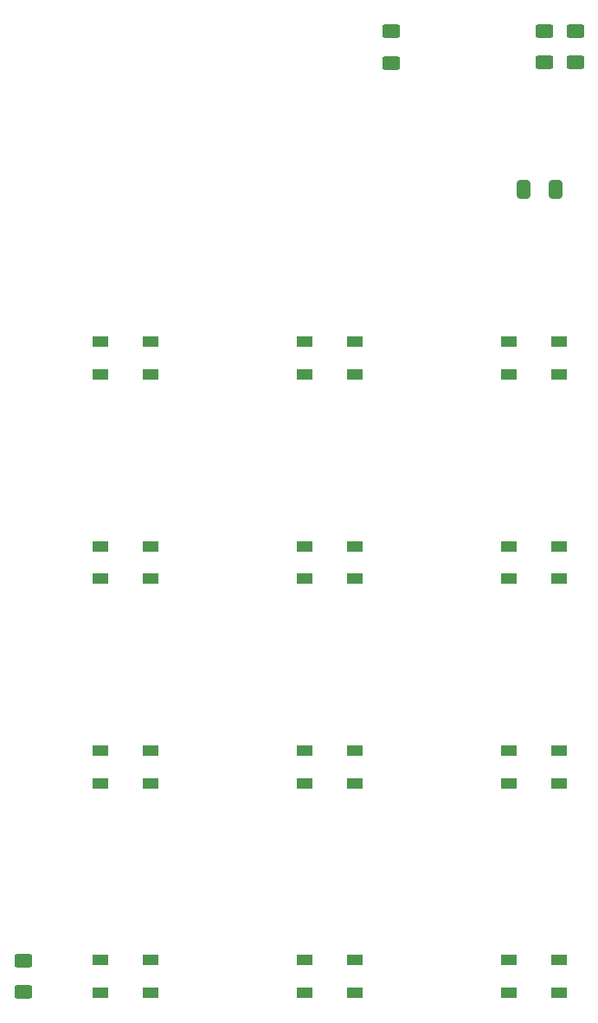
<source format=gbr>
%TF.GenerationSoftware,KiCad,Pcbnew,(6.0.1)*%
%TF.CreationDate,2023-01-12T10:24:06+01:00*%
%TF.ProjectId,MacroPad,4d616372-6f50-4616-942e-6b696361645f,rev?*%
%TF.SameCoordinates,Original*%
%TF.FileFunction,Paste,Top*%
%TF.FilePolarity,Positive*%
%FSLAX46Y46*%
G04 Gerber Fmt 4.6, Leading zero omitted, Abs format (unit mm)*
G04 Created by KiCad (PCBNEW (6.0.1)) date 2023-01-12 10:24:06*
%MOMM*%
%LPD*%
G01*
G04 APERTURE LIST*
G04 Aperture macros list*
%AMRoundRect*
0 Rectangle with rounded corners*
0 $1 Rounding radius*
0 $2 $3 $4 $5 $6 $7 $8 $9 X,Y pos of 4 corners*
0 Add a 4 corners polygon primitive as box body*
4,1,4,$2,$3,$4,$5,$6,$7,$8,$9,$2,$3,0*
0 Add four circle primitives for the rounded corners*
1,1,$1+$1,$2,$3*
1,1,$1+$1,$4,$5*
1,1,$1+$1,$6,$7*
1,1,$1+$1,$8,$9*
0 Add four rect primitives between the rounded corners*
20,1,$1+$1,$2,$3,$4,$5,0*
20,1,$1+$1,$4,$5,$6,$7,0*
20,1,$1+$1,$6,$7,$8,$9,0*
20,1,$1+$1,$8,$9,$2,$3,0*%
G04 Aperture macros list end*
%ADD10R,1.500000X1.000000*%
%ADD11RoundRect,0.250000X-0.625000X0.400000X-0.625000X-0.400000X0.625000X-0.400000X0.625000X0.400000X0*%
%ADD12RoundRect,0.250000X-0.412500X-0.650000X0.412500X-0.650000X0.412500X0.650000X-0.412500X0.650000X0*%
%ADD13RoundRect,0.250000X0.625000X-0.400000X0.625000X0.400000X-0.625000X0.400000X-0.625000X-0.400000X0*%
G04 APERTURE END LIST*
D10*
%TO.C,D5*%
X133450000Y-114100000D03*
X133450000Y-110900000D03*
X128550000Y-110900000D03*
X128550000Y-114100000D03*
%TD*%
%TO.C,D1*%
X113450000Y-94100000D03*
X113450000Y-90900000D03*
X108550000Y-90900000D03*
X108550000Y-94100000D03*
%TD*%
D11*
%TO.C,R2*%
X155000000Y-60450000D03*
X155000000Y-63550000D03*
%TD*%
D10*
%TO.C,D6*%
X153450000Y-114100000D03*
X153450000Y-110900000D03*
X148550000Y-110900000D03*
X148550000Y-114100000D03*
%TD*%
D12*
%TO.C,C1*%
X149937500Y-76000000D03*
X153062500Y-76000000D03*
%TD*%
D10*
%TO.C,D12*%
X153450000Y-154600000D03*
X153450000Y-151400000D03*
X148550000Y-151400000D03*
X148550000Y-154600000D03*
%TD*%
%TO.C,D3*%
X153450000Y-94100000D03*
X153450000Y-90900000D03*
X148550000Y-90900000D03*
X148550000Y-94100000D03*
%TD*%
%TO.C,D7*%
X113450000Y-134100000D03*
X113450000Y-130900000D03*
X108550000Y-130900000D03*
X108550000Y-134100000D03*
%TD*%
%TO.C,D2*%
X133450000Y-94100000D03*
X133450000Y-90900000D03*
X128550000Y-90900000D03*
X128550000Y-94100000D03*
%TD*%
%TO.C,D8*%
X133450000Y-134100000D03*
X133450000Y-130900000D03*
X128550000Y-130900000D03*
X128550000Y-134100000D03*
%TD*%
D13*
%TO.C,R4*%
X137000000Y-63600000D03*
X137000000Y-60500000D03*
%TD*%
D10*
%TO.C,D4*%
X113450000Y-114100000D03*
X113450000Y-110900000D03*
X108550000Y-110900000D03*
X108550000Y-114100000D03*
%TD*%
%TO.C,D11*%
X133450000Y-154600000D03*
X133450000Y-151400000D03*
X128550000Y-151400000D03*
X128550000Y-154600000D03*
%TD*%
%TO.C,D9*%
X153450000Y-134100000D03*
X153450000Y-130900000D03*
X148550000Y-130900000D03*
X148550000Y-134100000D03*
%TD*%
D11*
%TO.C,R1*%
X101000000Y-151450000D03*
X101000000Y-154550000D03*
%TD*%
%TO.C,R3*%
X152000000Y-60450000D03*
X152000000Y-63550000D03*
%TD*%
D10*
%TO.C,D10*%
X113450000Y-154600000D03*
X113450000Y-151400000D03*
X108550000Y-151400000D03*
X108550000Y-154600000D03*
%TD*%
M02*

</source>
